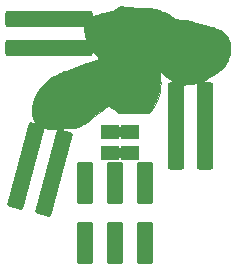
<source format=gbr>
%TF.GenerationSoftware,KiCad,Pcbnew,(5.99.0-9526-g5c17ff0595)*%
%TF.CreationDate,2021-06-06T14:51:48-05:00*%
%TF.ProjectId,BernieMittensNoChair,4265726e-6965-44d6-9974-74656e734e6f,rev?*%
%TF.SameCoordinates,Original*%
%TF.FileFunction,Soldermask,Bot*%
%TF.FilePolarity,Negative*%
%FSLAX46Y46*%
G04 Gerber Fmt 4.6, Leading zero omitted, Abs format (unit mm)*
G04 Created by KiCad (PCBNEW (5.99.0-9526-g5c17ff0595)) date 2021-06-06 14:51:48*
%MOMM*%
%LPD*%
G01*
G04 APERTURE LIST*
G04 Aperture macros list*
%AMRoundRect*
0 Rectangle with rounded corners*
0 $1 Rounding radius*
0 $2 $3 $4 $5 $6 $7 $8 $9 X,Y pos of 4 corners*
0 Add a 4 corners polygon primitive as box body*
4,1,4,$2,$3,$4,$5,$6,$7,$8,$9,$2,$3,0*
0 Add four circle primitives for the rounded corners*
1,1,$1+$1,$2,$3*
1,1,$1+$1,$4,$5*
1,1,$1+$1,$6,$7*
1,1,$1+$1,$8,$9*
0 Add four rect primitives between the rounded corners*
20,1,$1+$1,$2,$3,$4,$5,0*
20,1,$1+$1,$4,$5,$6,$7,0*
20,1,$1+$1,$6,$7,$8,$9,0*
20,1,$1+$1,$8,$9,$2,$3,0*%
G04 Aperture macros list end*
%ADD10C,0.010000*%
%ADD11RoundRect,0.200000X3.500000X-0.500000X3.500000X0.500000X-3.500000X0.500000X-3.500000X-0.500000X0*%
%ADD12RoundRect,0.200000X-0.250000X0.400000X-0.250000X-0.400000X0.250000X-0.400000X0.250000X0.400000X0*%
%ADD13RoundRect,0.200000X-0.200000X0.400000X-0.200000X-0.400000X0.200000X-0.400000X0.200000X0.400000X0*%
%ADD14RoundRect,0.200000X-0.500000X1.575000X-0.500000X-1.575000X0.500000X-1.575000X0.500000X1.575000X0*%
%ADD15RoundRect,0.200000X0.500000X3.500000X-0.500000X3.500000X-0.500000X-3.500000X0.500000X-3.500000X0*%
%ADD16RoundRect,0.200000X1.388830X3.251331X0.422904X3.510150X-1.388830X-3.251331X-0.422904X-3.510150X0*%
G04 APERTURE END LIST*
D10*
%TO.C,G\u002A\u002A\u002A*%
X151474982Y-84421765D02*
X151541953Y-84432873D01*
X151541953Y-84432873D02*
X151633775Y-84449473D01*
X151633775Y-84449473D02*
X151742133Y-84470089D01*
X151742133Y-84470089D02*
X151797937Y-84481049D01*
X151797937Y-84481049D02*
X151947808Y-84509035D01*
X151947808Y-84509035D02*
X152073383Y-84527657D01*
X152073383Y-84527657D02*
X152191225Y-84538628D01*
X152191225Y-84538628D02*
X152317897Y-84543662D01*
X152317897Y-84543662D02*
X152411770Y-84544560D01*
X152411770Y-84544560D02*
X152587818Y-84546336D01*
X152587818Y-84546336D02*
X152784365Y-84550829D01*
X152784365Y-84550829D02*
X152992969Y-84557641D01*
X152992969Y-84557641D02*
X153205188Y-84566375D01*
X153205188Y-84566375D02*
X153412580Y-84576632D01*
X153412580Y-84576632D02*
X153606701Y-84588016D01*
X153606701Y-84588016D02*
X153779110Y-84600128D01*
X153779110Y-84600128D02*
X153921365Y-84612571D01*
X153921365Y-84612571D02*
X153972489Y-84618078D01*
X153972489Y-84618078D02*
X154164635Y-84641916D01*
X154164635Y-84641916D02*
X154324376Y-84665963D01*
X154324376Y-84665963D02*
X154461561Y-84693016D01*
X154461561Y-84693016D02*
X154586040Y-84725868D01*
X154586040Y-84725868D02*
X154707660Y-84767315D01*
X154707660Y-84767315D02*
X154836273Y-84820151D01*
X154836273Y-84820151D02*
X154981726Y-84887171D01*
X154981726Y-84887171D02*
X155068187Y-84928995D01*
X155068187Y-84928995D02*
X155277703Y-85032713D01*
X155277703Y-85032713D02*
X155452451Y-85122283D01*
X155452451Y-85122283D02*
X155596608Y-85200148D01*
X155596608Y-85200148D02*
X155714352Y-85268752D01*
X155714352Y-85268752D02*
X155809860Y-85330540D01*
X155809860Y-85330540D02*
X155887310Y-85387954D01*
X155887310Y-85387954D02*
X155950881Y-85443438D01*
X155950881Y-85443438D02*
X155955942Y-85448303D01*
X155955942Y-85448303D02*
X156071473Y-85560204D01*
X156071473Y-85560204D02*
X156244090Y-85560204D01*
X156244090Y-85560204D02*
X156380249Y-85563108D01*
X156380249Y-85563108D02*
X156533658Y-85571136D01*
X156533658Y-85571136D02*
X156692907Y-85583264D01*
X156692907Y-85583264D02*
X156846591Y-85598466D01*
X156846591Y-85598466D02*
X156983300Y-85615716D01*
X156983300Y-85615716D02*
X157091630Y-85633990D01*
X157091630Y-85633990D02*
X157110770Y-85638102D01*
X157110770Y-85638102D02*
X157189830Y-85658781D01*
X157189830Y-85658781D02*
X157294701Y-85690034D01*
X157294701Y-85690034D02*
X157411554Y-85727575D01*
X157411554Y-85727575D02*
X157523520Y-85766032D01*
X157523520Y-85766032D02*
X157606698Y-85793504D01*
X157606698Y-85793504D02*
X157724196Y-85829200D01*
X157724196Y-85829200D02*
X157869229Y-85871214D01*
X157869229Y-85871214D02*
X158035014Y-85917641D01*
X158035014Y-85917641D02*
X158214767Y-85966579D01*
X158214767Y-85966579D02*
X158401702Y-86016122D01*
X158401702Y-86016122D02*
X158560687Y-86057162D01*
X158560687Y-86057162D02*
X158821984Y-86124621D01*
X158821984Y-86124621D02*
X159046304Y-86184636D01*
X159046304Y-86184636D02*
X159238070Y-86238620D01*
X159238070Y-86238620D02*
X159401699Y-86287986D01*
X159401699Y-86287986D02*
X159541614Y-86334148D01*
X159541614Y-86334148D02*
X159662235Y-86378517D01*
X159662235Y-86378517D02*
X159767982Y-86422507D01*
X159767982Y-86422507D02*
X159863276Y-86467531D01*
X159863276Y-86467531D02*
X159894187Y-86483382D01*
X159894187Y-86483382D02*
X160108902Y-86614610D01*
X160108902Y-86614610D02*
X160292763Y-86766604D01*
X160292763Y-86766604D02*
X160442529Y-86936190D01*
X160442529Y-86936190D02*
X160554959Y-87120197D01*
X160554959Y-87120197D02*
X160563908Y-87139018D01*
X160563908Y-87139018D02*
X160640691Y-87350443D01*
X160640691Y-87350443D02*
X160688620Y-87587826D01*
X160688620Y-87587826D02*
X160707736Y-87846190D01*
X160707736Y-87846190D02*
X160698085Y-88120559D01*
X160698085Y-88120559D02*
X160659709Y-88405957D01*
X160659709Y-88405957D02*
X160592653Y-88697406D01*
X160592653Y-88697406D02*
X160548907Y-88842241D01*
X160548907Y-88842241D02*
X160498209Y-88983020D01*
X160498209Y-88983020D02*
X160436592Y-89131388D01*
X160436592Y-89131388D02*
X160369085Y-89276846D01*
X160369085Y-89276846D02*
X160300713Y-89408893D01*
X160300713Y-89408893D02*
X160236505Y-89517028D01*
X160236505Y-89517028D02*
X160202868Y-89565025D01*
X160202868Y-89565025D02*
X160127931Y-89647263D01*
X160127931Y-89647263D02*
X160016385Y-89746694D01*
X160016385Y-89746694D02*
X159869747Y-89862111D01*
X159869747Y-89862111D02*
X159689533Y-89992307D01*
X159689533Y-89992307D02*
X159523247Y-90105602D01*
X159523247Y-90105602D02*
X159319854Y-90237997D01*
X159319854Y-90237997D02*
X159130992Y-90353545D01*
X159130992Y-90353545D02*
X158942103Y-90460582D01*
X158942103Y-90460582D02*
X158738628Y-90567445D01*
X158738628Y-90567445D02*
X158571270Y-90650744D01*
X158571270Y-90650744D02*
X158410707Y-90728656D01*
X158410707Y-90728656D02*
X158279210Y-90790312D01*
X158279210Y-90790312D02*
X158168105Y-90838634D01*
X158168105Y-90838634D02*
X158068718Y-90876543D01*
X158068718Y-90876543D02*
X157972374Y-90906959D01*
X157972374Y-90906959D02*
X157870400Y-90932804D01*
X157870400Y-90932804D02*
X157754120Y-90956999D01*
X157754120Y-90956999D02*
X157614860Y-90982465D01*
X157614860Y-90982465D02*
X157555270Y-90992882D01*
X157555270Y-90992882D02*
X157279921Y-91035868D01*
X157279921Y-91035868D02*
X157029949Y-91065016D01*
X157029949Y-91065016D02*
X156808837Y-91080098D01*
X156808837Y-91080098D02*
X156620069Y-91080887D01*
X156620069Y-91080887D02*
X156467128Y-91067155D01*
X156467128Y-91067155D02*
X156453460Y-91064891D01*
X156453460Y-91064891D02*
X156355350Y-91046481D01*
X156355350Y-91046481D02*
X156270553Y-91026295D01*
X156270553Y-91026295D02*
X156192924Y-91001097D01*
X156192924Y-91001097D02*
X156116322Y-90967653D01*
X156116322Y-90967653D02*
X156034603Y-90922726D01*
X156034603Y-90922726D02*
X155941624Y-90863082D01*
X155941624Y-90863082D02*
X155831243Y-90785485D01*
X155831243Y-90785485D02*
X155697317Y-90686698D01*
X155697317Y-90686698D02*
X155607937Y-90619555D01*
X155607937Y-90619555D02*
X155477420Y-90520367D01*
X155477420Y-90520367D02*
X155348246Y-90420778D01*
X155348246Y-90420778D02*
X155227372Y-90326255D01*
X155227372Y-90326255D02*
X155121753Y-90242268D01*
X155121753Y-90242268D02*
X155038347Y-90174286D01*
X155038347Y-90174286D02*
X154997327Y-90139518D01*
X154997327Y-90139518D02*
X154920805Y-90073046D01*
X154920805Y-90073046D02*
X154849973Y-90012007D01*
X154849973Y-90012007D02*
X154794866Y-89965026D01*
X154794866Y-89965026D02*
X154773386Y-89947059D01*
X154773386Y-89947059D02*
X154715554Y-89899497D01*
X154715554Y-89899497D02*
X154742969Y-90031725D01*
X154742969Y-90031725D02*
X154773752Y-90218582D01*
X154773752Y-90218582D02*
X154796268Y-90436470D01*
X154796268Y-90436470D02*
X154810153Y-90674833D01*
X154810153Y-90674833D02*
X154815046Y-90923112D01*
X154815046Y-90923112D02*
X154810583Y-91170751D01*
X154810583Y-91170751D02*
X154796402Y-91407192D01*
X154796402Y-91407192D02*
X154791935Y-91456736D01*
X154791935Y-91456736D02*
X154755285Y-91693145D01*
X154755285Y-91693145D02*
X154691300Y-91945498D01*
X154691300Y-91945498D02*
X154603795Y-92205253D01*
X154603795Y-92205253D02*
X154496583Y-92463872D01*
X154496583Y-92463872D02*
X154373480Y-92712814D01*
X154373480Y-92712814D02*
X154238300Y-92943538D01*
X154238300Y-92943538D02*
X154094857Y-93147505D01*
X154094857Y-93147505D02*
X153973526Y-93289029D01*
X153973526Y-93289029D02*
X153934057Y-93331710D01*
X153934057Y-93331710D02*
X153900919Y-93368225D01*
X153900919Y-93368225D02*
X153870646Y-93399005D01*
X153870646Y-93399005D02*
X153839774Y-93424481D01*
X153839774Y-93424481D02*
X153804837Y-93445086D01*
X153804837Y-93445086D02*
X153762370Y-93461251D01*
X153762370Y-93461251D02*
X153708909Y-93473409D01*
X153708909Y-93473409D02*
X153640987Y-93481990D01*
X153640987Y-93481990D02*
X153555141Y-93487426D01*
X153555141Y-93487426D02*
X153447904Y-93490150D01*
X153447904Y-93490150D02*
X153315812Y-93490593D01*
X153315812Y-93490593D02*
X153155400Y-93489186D01*
X153155400Y-93489186D02*
X152963202Y-93486362D01*
X152963202Y-93486362D02*
X152735753Y-93482552D01*
X152735753Y-93482552D02*
X152469589Y-93478189D01*
X152469589Y-93478189D02*
X152456942Y-93477991D01*
X152456942Y-93477991D02*
X151194746Y-93458297D01*
X151194746Y-93458297D02*
X151024577Y-93303375D01*
X151024577Y-93303375D02*
X150850662Y-93154757D01*
X150850662Y-93154757D02*
X150692879Y-93039975D01*
X150692879Y-93039975D02*
X150552539Y-92959808D01*
X150552539Y-92959808D02*
X150430955Y-92915038D01*
X150430955Y-92915038D02*
X150354933Y-92905155D01*
X150354933Y-92905155D02*
X150344099Y-92905090D01*
X150344099Y-92905090D02*
X150333327Y-92906259D01*
X150333327Y-92906259D02*
X150320005Y-92910616D01*
X150320005Y-92910616D02*
X150301518Y-92920116D01*
X150301518Y-92920116D02*
X150275255Y-92936712D01*
X150275255Y-92936712D02*
X150238602Y-92962360D01*
X150238602Y-92962360D02*
X150188947Y-92999013D01*
X150188947Y-92999013D02*
X150123675Y-93048625D01*
X150123675Y-93048625D02*
X150040175Y-93113152D01*
X150040175Y-93113152D02*
X149935832Y-93194547D01*
X149935832Y-93194547D02*
X149808035Y-93294765D01*
X149808035Y-93294765D02*
X149654169Y-93415760D01*
X149654169Y-93415760D02*
X149471623Y-93559486D01*
X149471623Y-93559486D02*
X149312395Y-93684889D01*
X149312395Y-93684889D02*
X149098066Y-93853057D01*
X149098066Y-93853057D02*
X148912674Y-93996918D01*
X148912674Y-93996918D02*
X148752454Y-94119049D01*
X148752454Y-94119049D02*
X148613639Y-94222025D01*
X148613639Y-94222025D02*
X148492465Y-94308421D01*
X148492465Y-94308421D02*
X148385165Y-94380812D01*
X148385165Y-94380812D02*
X148287973Y-94441774D01*
X148287973Y-94441774D02*
X148197123Y-94493881D01*
X148197123Y-94493881D02*
X148108849Y-94539710D01*
X148108849Y-94539710D02*
X148019387Y-94581835D01*
X148019387Y-94581835D02*
X147967034Y-94604910D01*
X147967034Y-94604910D02*
X147874352Y-94643667D01*
X147874352Y-94643667D02*
X147788540Y-94675867D01*
X147788540Y-94675867D02*
X147704260Y-94702257D01*
X147704260Y-94702257D02*
X147616177Y-94723582D01*
X147616177Y-94723582D02*
X147518956Y-94740588D01*
X147518956Y-94740588D02*
X147407259Y-94754022D01*
X147407259Y-94754022D02*
X147275752Y-94764629D01*
X147275752Y-94764629D02*
X147119098Y-94773155D01*
X147119098Y-94773155D02*
X146931962Y-94780347D01*
X146931962Y-94780347D02*
X146709007Y-94786949D01*
X146709007Y-94786949D02*
X146654437Y-94788401D01*
X146654437Y-94788401D02*
X146465058Y-94793396D01*
X146465058Y-94793396D02*
X146277120Y-94798401D01*
X146277120Y-94798401D02*
X146097798Y-94803220D01*
X146097798Y-94803220D02*
X145934265Y-94807660D01*
X145934265Y-94807660D02*
X145793695Y-94811526D01*
X145793695Y-94811526D02*
X145683262Y-94814624D01*
X145683262Y-94814624D02*
X145627854Y-94816227D01*
X145627854Y-94816227D02*
X145508736Y-94817854D01*
X145508736Y-94817854D02*
X145388540Y-94816264D01*
X145388540Y-94816264D02*
X145282499Y-94811830D01*
X145282499Y-94811830D02*
X145215104Y-94806132D01*
X145215104Y-94806132D02*
X145078072Y-94783946D01*
X145078072Y-94783946D02*
X144935860Y-94751349D01*
X144935860Y-94751349D02*
X144802896Y-94712238D01*
X144802896Y-94712238D02*
X144693605Y-94670508D01*
X144693605Y-94670508D02*
X144668512Y-94658531D01*
X144668512Y-94658531D02*
X144577764Y-94607638D01*
X144577764Y-94607638D02*
X144480296Y-94545353D01*
X144480296Y-94545353D02*
X144388425Y-94480228D01*
X144388425Y-94480228D02*
X144314469Y-94420812D01*
X144314469Y-94420812D02*
X144283795Y-94391436D01*
X144283795Y-94391436D02*
X144243589Y-94337008D01*
X144243589Y-94337008D02*
X144193869Y-94253324D01*
X144193869Y-94253324D02*
X144139752Y-94150851D01*
X144139752Y-94150851D02*
X144086358Y-94040057D01*
X144086358Y-94040057D02*
X144038807Y-93931408D01*
X144038807Y-93931408D02*
X144002219Y-93835372D01*
X144002219Y-93835372D02*
X143986427Y-93783454D01*
X143986427Y-93783454D02*
X143955309Y-93608873D01*
X143955309Y-93608873D02*
X143941980Y-93405462D01*
X143941980Y-93405462D02*
X143945962Y-93182578D01*
X143945962Y-93182578D02*
X143966778Y-92949579D01*
X143966778Y-92949579D02*
X144003950Y-92715823D01*
X144003950Y-92715823D02*
X144051330Y-92511295D01*
X144051330Y-92511295D02*
X144168945Y-92155776D01*
X144168945Y-92155776D02*
X144323921Y-91820030D01*
X144323921Y-91820030D02*
X144516095Y-91504230D01*
X144516095Y-91504230D02*
X144745305Y-91208551D01*
X144745305Y-91208551D02*
X145011387Y-90933168D01*
X145011387Y-90933168D02*
X145314178Y-90678255D01*
X145314178Y-90678255D02*
X145653515Y-90443988D01*
X145653515Y-90443988D02*
X146029236Y-90230540D01*
X146029236Y-90230540D02*
X146302370Y-90098756D01*
X146302370Y-90098756D02*
X146387831Y-90062044D01*
X146387831Y-90062044D02*
X146508035Y-90013123D01*
X146508035Y-90013123D02*
X146657821Y-89953920D01*
X146657821Y-89953920D02*
X146832029Y-89886360D01*
X146832029Y-89886360D02*
X147025497Y-89812368D01*
X147025497Y-89812368D02*
X147233064Y-89733871D01*
X147233064Y-89733871D02*
X147449570Y-89652794D01*
X147449570Y-89652794D02*
X147669853Y-89571062D01*
X147669853Y-89571062D02*
X147888753Y-89490601D01*
X147888753Y-89490601D02*
X148101108Y-89413337D01*
X148101108Y-89413337D02*
X148301757Y-89341195D01*
X148301757Y-89341195D02*
X148485541Y-89276101D01*
X148485541Y-89276101D02*
X148647296Y-89219980D01*
X148647296Y-89219980D02*
X148755823Y-89183352D01*
X148755823Y-89183352D02*
X148898717Y-89137371D01*
X148898717Y-89137371D02*
X149048922Y-89091494D01*
X149048922Y-89091494D02*
X149193757Y-89049433D01*
X149193757Y-89049433D02*
X149320538Y-89014897D01*
X149320538Y-89014897D02*
X149394250Y-88996604D01*
X149394250Y-88996604D02*
X149645790Y-88938230D01*
X149645790Y-88938230D02*
X149494197Y-88776561D01*
X149494197Y-88776561D02*
X149314422Y-88566467D01*
X149314422Y-88566467D02*
X149135573Y-88323022D01*
X149135573Y-88323022D02*
X148962516Y-88055026D01*
X148962516Y-88055026D02*
X148800115Y-87771277D01*
X148800115Y-87771277D02*
X148653239Y-87480575D01*
X148653239Y-87480575D02*
X148526753Y-87191718D01*
X148526753Y-87191718D02*
X148425522Y-86913506D01*
X148425522Y-86913506D02*
X148381298Y-86764220D01*
X148381298Y-86764220D02*
X148328095Y-86520845D01*
X148328095Y-86520845D02*
X148304175Y-86298351D01*
X148304175Y-86298351D02*
X148309088Y-86098622D01*
X148309088Y-86098622D02*
X148342384Y-85923543D01*
X148342384Y-85923543D02*
X148403611Y-85774998D01*
X148403611Y-85774998D02*
X148492320Y-85654872D01*
X148492320Y-85654872D02*
X148608060Y-85565048D01*
X148608060Y-85565048D02*
X148675854Y-85532118D01*
X148675854Y-85532118D02*
X148752240Y-85498702D01*
X148752240Y-85498702D02*
X148826647Y-85462451D01*
X148826647Y-85462451D02*
X148845187Y-85452547D01*
X148845187Y-85452547D02*
X149017545Y-85360459D01*
X149017545Y-85360459D02*
X149180416Y-85280917D01*
X149180416Y-85280917D02*
X149341573Y-85211131D01*
X149341573Y-85211131D02*
X149508790Y-85148310D01*
X149508790Y-85148310D02*
X149689843Y-85089664D01*
X149689843Y-85089664D02*
X149892504Y-85032401D01*
X149892504Y-85032401D02*
X150124549Y-84973733D01*
X150124549Y-84973733D02*
X150284520Y-84935906D01*
X150284520Y-84935906D02*
X150448249Y-84897322D01*
X150448249Y-84897322D02*
X150577958Y-84864534D01*
X150577958Y-84864534D02*
X150681051Y-84834608D01*
X150681051Y-84834608D02*
X150764931Y-84804610D01*
X150764931Y-84804610D02*
X150837003Y-84771607D01*
X150837003Y-84771607D02*
X150904668Y-84732664D01*
X150904668Y-84732664D02*
X150975333Y-84684849D01*
X150975333Y-84684849D02*
X151042706Y-84635471D01*
X151042706Y-84635471D02*
X151155425Y-84556120D01*
X151155425Y-84556120D02*
X151260321Y-84491277D01*
X151260321Y-84491277D02*
X151350419Y-84444754D01*
X151350419Y-84444754D02*
X151418744Y-84420365D01*
X151418744Y-84420365D02*
X151441177Y-84417630D01*
X151441177Y-84417630D02*
X151474982Y-84421765D01*
X151474982Y-84421765D02*
X151474982Y-84421765D01*
G36*
X151474982Y-84421765D02*
G01*
X151541953Y-84432873D01*
X151633775Y-84449473D01*
X151742133Y-84470089D01*
X151797937Y-84481049D01*
X151947808Y-84509035D01*
X152073383Y-84527657D01*
X152191225Y-84538628D01*
X152317897Y-84543662D01*
X152411770Y-84544560D01*
X152587818Y-84546336D01*
X152784365Y-84550829D01*
X152992969Y-84557641D01*
X153205188Y-84566375D01*
X153412580Y-84576632D01*
X153606701Y-84588016D01*
X153779110Y-84600128D01*
X153921365Y-84612571D01*
X153972489Y-84618078D01*
X154164635Y-84641916D01*
X154324376Y-84665963D01*
X154461561Y-84693016D01*
X154586040Y-84725868D01*
X154707660Y-84767315D01*
X154836273Y-84820151D01*
X154981726Y-84887171D01*
X155068187Y-84928995D01*
X155277703Y-85032713D01*
X155452451Y-85122283D01*
X155596608Y-85200148D01*
X155714352Y-85268752D01*
X155809860Y-85330540D01*
X155887310Y-85387954D01*
X155950881Y-85443438D01*
X155955942Y-85448303D01*
X156071473Y-85560204D01*
X156244090Y-85560204D01*
X156380249Y-85563108D01*
X156533658Y-85571136D01*
X156692907Y-85583264D01*
X156846591Y-85598466D01*
X156983300Y-85615716D01*
X157091630Y-85633990D01*
X157110770Y-85638102D01*
X157189830Y-85658781D01*
X157294701Y-85690034D01*
X157411554Y-85727575D01*
X157523520Y-85766032D01*
X157606698Y-85793504D01*
X157724196Y-85829200D01*
X157869229Y-85871214D01*
X158035014Y-85917641D01*
X158214767Y-85966579D01*
X158401702Y-86016122D01*
X158560687Y-86057162D01*
X158821984Y-86124621D01*
X159046304Y-86184636D01*
X159238070Y-86238620D01*
X159401699Y-86287986D01*
X159541614Y-86334148D01*
X159662235Y-86378517D01*
X159767982Y-86422507D01*
X159863276Y-86467531D01*
X159894187Y-86483382D01*
X160108902Y-86614610D01*
X160292763Y-86766604D01*
X160442529Y-86936190D01*
X160554959Y-87120197D01*
X160563908Y-87139018D01*
X160640691Y-87350443D01*
X160688620Y-87587826D01*
X160707736Y-87846190D01*
X160698085Y-88120559D01*
X160659709Y-88405957D01*
X160592653Y-88697406D01*
X160548907Y-88842241D01*
X160498209Y-88983020D01*
X160436592Y-89131388D01*
X160369085Y-89276846D01*
X160300713Y-89408893D01*
X160236505Y-89517028D01*
X160202868Y-89565025D01*
X160127931Y-89647263D01*
X160016385Y-89746694D01*
X159869747Y-89862111D01*
X159689533Y-89992307D01*
X159523247Y-90105602D01*
X159319854Y-90237997D01*
X159130992Y-90353545D01*
X158942103Y-90460582D01*
X158738628Y-90567445D01*
X158571270Y-90650744D01*
X158410707Y-90728656D01*
X158279210Y-90790312D01*
X158168105Y-90838634D01*
X158068718Y-90876543D01*
X157972374Y-90906959D01*
X157870400Y-90932804D01*
X157754120Y-90956999D01*
X157614860Y-90982465D01*
X157555270Y-90992882D01*
X157279921Y-91035868D01*
X157029949Y-91065016D01*
X156808837Y-91080098D01*
X156620069Y-91080887D01*
X156467128Y-91067155D01*
X156453460Y-91064891D01*
X156355350Y-91046481D01*
X156270553Y-91026295D01*
X156192924Y-91001097D01*
X156116322Y-90967653D01*
X156034603Y-90922726D01*
X155941624Y-90863082D01*
X155831243Y-90785485D01*
X155697317Y-90686698D01*
X155607937Y-90619555D01*
X155477420Y-90520367D01*
X155348246Y-90420778D01*
X155227372Y-90326255D01*
X155121753Y-90242268D01*
X155038347Y-90174286D01*
X154997327Y-90139518D01*
X154920805Y-90073046D01*
X154849973Y-90012007D01*
X154794866Y-89965026D01*
X154773386Y-89947059D01*
X154715554Y-89899497D01*
X154742969Y-90031725D01*
X154773752Y-90218582D01*
X154796268Y-90436470D01*
X154810153Y-90674833D01*
X154815046Y-90923112D01*
X154810583Y-91170751D01*
X154796402Y-91407192D01*
X154791935Y-91456736D01*
X154755285Y-91693145D01*
X154691300Y-91945498D01*
X154603795Y-92205253D01*
X154496583Y-92463872D01*
X154373480Y-92712814D01*
X154238300Y-92943538D01*
X154094857Y-93147505D01*
X153973526Y-93289029D01*
X153934057Y-93331710D01*
X153900919Y-93368225D01*
X153870646Y-93399005D01*
X153839774Y-93424481D01*
X153804837Y-93445086D01*
X153762370Y-93461251D01*
X153708909Y-93473409D01*
X153640987Y-93481990D01*
X153555141Y-93487426D01*
X153447904Y-93490150D01*
X153315812Y-93490593D01*
X153155400Y-93489186D01*
X152963202Y-93486362D01*
X152735753Y-93482552D01*
X152469589Y-93478189D01*
X152456942Y-93477991D01*
X151194746Y-93458297D01*
X151024577Y-93303375D01*
X150850662Y-93154757D01*
X150692879Y-93039975D01*
X150552539Y-92959808D01*
X150430955Y-92915038D01*
X150354933Y-92905155D01*
X150344099Y-92905090D01*
X150333327Y-92906259D01*
X150320005Y-92910616D01*
X150301518Y-92920116D01*
X150275255Y-92936712D01*
X150238602Y-92962360D01*
X150188947Y-92999013D01*
X150123675Y-93048625D01*
X150040175Y-93113152D01*
X149935832Y-93194547D01*
X149808035Y-93294765D01*
X149654169Y-93415760D01*
X149471623Y-93559486D01*
X149312395Y-93684889D01*
X149098066Y-93853057D01*
X148912674Y-93996918D01*
X148752454Y-94119049D01*
X148613639Y-94222025D01*
X148492465Y-94308421D01*
X148385165Y-94380812D01*
X148287973Y-94441774D01*
X148197123Y-94493881D01*
X148108849Y-94539710D01*
X148019387Y-94581835D01*
X147967034Y-94604910D01*
X147874352Y-94643667D01*
X147788540Y-94675867D01*
X147704260Y-94702257D01*
X147616177Y-94723582D01*
X147518956Y-94740588D01*
X147407259Y-94754022D01*
X147275752Y-94764629D01*
X147119098Y-94773155D01*
X146931962Y-94780347D01*
X146709007Y-94786949D01*
X146654437Y-94788401D01*
X146465058Y-94793396D01*
X146277120Y-94798401D01*
X146097798Y-94803220D01*
X145934265Y-94807660D01*
X145793695Y-94811526D01*
X145683262Y-94814624D01*
X145627854Y-94816227D01*
X145508736Y-94817854D01*
X145388540Y-94816264D01*
X145282499Y-94811830D01*
X145215104Y-94806132D01*
X145078072Y-94783946D01*
X144935860Y-94751349D01*
X144802896Y-94712238D01*
X144693605Y-94670508D01*
X144668512Y-94658531D01*
X144577764Y-94607638D01*
X144480296Y-94545353D01*
X144388425Y-94480228D01*
X144314469Y-94420812D01*
X144283795Y-94391436D01*
X144243589Y-94337008D01*
X144193869Y-94253324D01*
X144139752Y-94150851D01*
X144086358Y-94040057D01*
X144038807Y-93931408D01*
X144002219Y-93835372D01*
X143986427Y-93783454D01*
X143955309Y-93608873D01*
X143941980Y-93405462D01*
X143945962Y-93182578D01*
X143966778Y-92949579D01*
X144003950Y-92715823D01*
X144051330Y-92511295D01*
X144168945Y-92155776D01*
X144323921Y-91820030D01*
X144516095Y-91504230D01*
X144745305Y-91208551D01*
X145011387Y-90933168D01*
X145314178Y-90678255D01*
X145653515Y-90443988D01*
X146029236Y-90230540D01*
X146302370Y-90098756D01*
X146387831Y-90062044D01*
X146508035Y-90013123D01*
X146657821Y-89953920D01*
X146832029Y-89886360D01*
X147025497Y-89812368D01*
X147233064Y-89733871D01*
X147449570Y-89652794D01*
X147669853Y-89571062D01*
X147888753Y-89490601D01*
X148101108Y-89413337D01*
X148301757Y-89341195D01*
X148485541Y-89276101D01*
X148647296Y-89219980D01*
X148755823Y-89183352D01*
X148898717Y-89137371D01*
X149048922Y-89091494D01*
X149193757Y-89049433D01*
X149320538Y-89014897D01*
X149394250Y-88996604D01*
X149645790Y-88938230D01*
X149494197Y-88776561D01*
X149314422Y-88566467D01*
X149135573Y-88323022D01*
X148962516Y-88055026D01*
X148800115Y-87771277D01*
X148653239Y-87480575D01*
X148526753Y-87191718D01*
X148425522Y-86913506D01*
X148381298Y-86764220D01*
X148328095Y-86520845D01*
X148304175Y-86298351D01*
X148309088Y-86098622D01*
X148342384Y-85923543D01*
X148403611Y-85774998D01*
X148492320Y-85654872D01*
X148608060Y-85565048D01*
X148675854Y-85532118D01*
X148752240Y-85498702D01*
X148826647Y-85462451D01*
X148845187Y-85452547D01*
X149017545Y-85360459D01*
X149180416Y-85280917D01*
X149341573Y-85211131D01*
X149508790Y-85148310D01*
X149689843Y-85089664D01*
X149892504Y-85032401D01*
X150124549Y-84973733D01*
X150284520Y-84935906D01*
X150448249Y-84897322D01*
X150577958Y-84864534D01*
X150681051Y-84834608D01*
X150764931Y-84804610D01*
X150837003Y-84771607D01*
X150904668Y-84732664D01*
X150975333Y-84684849D01*
X151042706Y-84635471D01*
X151155425Y-84556120D01*
X151260321Y-84491277D01*
X151350419Y-84444754D01*
X151418744Y-84420365D01*
X151441177Y-84417630D01*
X151474982Y-84421765D01*
G37*
X151474982Y-84421765D02*
X151541953Y-84432873D01*
X151633775Y-84449473D01*
X151742133Y-84470089D01*
X151797937Y-84481049D01*
X151947808Y-84509035D01*
X152073383Y-84527657D01*
X152191225Y-84538628D01*
X152317897Y-84543662D01*
X152411770Y-84544560D01*
X152587818Y-84546336D01*
X152784365Y-84550829D01*
X152992969Y-84557641D01*
X153205188Y-84566375D01*
X153412580Y-84576632D01*
X153606701Y-84588016D01*
X153779110Y-84600128D01*
X153921365Y-84612571D01*
X153972489Y-84618078D01*
X154164635Y-84641916D01*
X154324376Y-84665963D01*
X154461561Y-84693016D01*
X154586040Y-84725868D01*
X154707660Y-84767315D01*
X154836273Y-84820151D01*
X154981726Y-84887171D01*
X155068187Y-84928995D01*
X155277703Y-85032713D01*
X155452451Y-85122283D01*
X155596608Y-85200148D01*
X155714352Y-85268752D01*
X155809860Y-85330540D01*
X155887310Y-85387954D01*
X155950881Y-85443438D01*
X155955942Y-85448303D01*
X156071473Y-85560204D01*
X156244090Y-85560204D01*
X156380249Y-85563108D01*
X156533658Y-85571136D01*
X156692907Y-85583264D01*
X156846591Y-85598466D01*
X156983300Y-85615716D01*
X157091630Y-85633990D01*
X157110770Y-85638102D01*
X157189830Y-85658781D01*
X157294701Y-85690034D01*
X157411554Y-85727575D01*
X157523520Y-85766032D01*
X157606698Y-85793504D01*
X157724196Y-85829200D01*
X157869229Y-85871214D01*
X158035014Y-85917641D01*
X158214767Y-85966579D01*
X158401702Y-86016122D01*
X158560687Y-86057162D01*
X158821984Y-86124621D01*
X159046304Y-86184636D01*
X159238070Y-86238620D01*
X159401699Y-86287986D01*
X159541614Y-86334148D01*
X159662235Y-86378517D01*
X159767982Y-86422507D01*
X159863276Y-86467531D01*
X159894187Y-86483382D01*
X160108902Y-86614610D01*
X160292763Y-86766604D01*
X160442529Y-86936190D01*
X160554959Y-87120197D01*
X160563908Y-87139018D01*
X160640691Y-87350443D01*
X160688620Y-87587826D01*
X160707736Y-87846190D01*
X160698085Y-88120559D01*
X160659709Y-88405957D01*
X160592653Y-88697406D01*
X160548907Y-88842241D01*
X160498209Y-88983020D01*
X160436592Y-89131388D01*
X160369085Y-89276846D01*
X160300713Y-89408893D01*
X160236505Y-89517028D01*
X160202868Y-89565025D01*
X160127931Y-89647263D01*
X160016385Y-89746694D01*
X159869747Y-89862111D01*
X159689533Y-89992307D01*
X159523247Y-90105602D01*
X159319854Y-90237997D01*
X159130992Y-90353545D01*
X158942103Y-90460582D01*
X158738628Y-90567445D01*
X158571270Y-90650744D01*
X158410707Y-90728656D01*
X158279210Y-90790312D01*
X158168105Y-90838634D01*
X158068718Y-90876543D01*
X157972374Y-90906959D01*
X157870400Y-90932804D01*
X157754120Y-90956999D01*
X157614860Y-90982465D01*
X157555270Y-90992882D01*
X157279921Y-91035868D01*
X157029949Y-91065016D01*
X156808837Y-91080098D01*
X156620069Y-91080887D01*
X156467128Y-91067155D01*
X156453460Y-91064891D01*
X156355350Y-91046481D01*
X156270553Y-91026295D01*
X156192924Y-91001097D01*
X156116322Y-90967653D01*
X156034603Y-90922726D01*
X155941624Y-90863082D01*
X155831243Y-90785485D01*
X155697317Y-90686698D01*
X155607937Y-90619555D01*
X155477420Y-90520367D01*
X155348246Y-90420778D01*
X155227372Y-90326255D01*
X155121753Y-90242268D01*
X155038347Y-90174286D01*
X154997327Y-90139518D01*
X154920805Y-90073046D01*
X154849973Y-90012007D01*
X154794866Y-89965026D01*
X154773386Y-89947059D01*
X154715554Y-89899497D01*
X154742969Y-90031725D01*
X154773752Y-90218582D01*
X154796268Y-90436470D01*
X154810153Y-90674833D01*
X154815046Y-90923112D01*
X154810583Y-91170751D01*
X154796402Y-91407192D01*
X154791935Y-91456736D01*
X154755285Y-91693145D01*
X154691300Y-91945498D01*
X154603795Y-92205253D01*
X154496583Y-92463872D01*
X154373480Y-92712814D01*
X154238300Y-92943538D01*
X154094857Y-93147505D01*
X153973526Y-93289029D01*
X153934057Y-93331710D01*
X153900919Y-93368225D01*
X153870646Y-93399005D01*
X153839774Y-93424481D01*
X153804837Y-93445086D01*
X153762370Y-93461251D01*
X153708909Y-93473409D01*
X153640987Y-93481990D01*
X153555141Y-93487426D01*
X153447904Y-93490150D01*
X153315812Y-93490593D01*
X153155400Y-93489186D01*
X152963202Y-93486362D01*
X152735753Y-93482552D01*
X152469589Y-93478189D01*
X152456942Y-93477991D01*
X151194746Y-93458297D01*
X151024577Y-93303375D01*
X150850662Y-93154757D01*
X150692879Y-93039975D01*
X150552539Y-92959808D01*
X150430955Y-92915038D01*
X150354933Y-92905155D01*
X150344099Y-92905090D01*
X150333327Y-92906259D01*
X150320005Y-92910616D01*
X150301518Y-92920116D01*
X150275255Y-92936712D01*
X150238602Y-92962360D01*
X150188947Y-92999013D01*
X150123675Y-93048625D01*
X150040175Y-93113152D01*
X149935832Y-93194547D01*
X149808035Y-93294765D01*
X149654169Y-93415760D01*
X149471623Y-93559486D01*
X149312395Y-93684889D01*
X149098066Y-93853057D01*
X148912674Y-93996918D01*
X148752454Y-94119049D01*
X148613639Y-94222025D01*
X148492465Y-94308421D01*
X148385165Y-94380812D01*
X148287973Y-94441774D01*
X148197123Y-94493881D01*
X148108849Y-94539710D01*
X148019387Y-94581835D01*
X147967034Y-94604910D01*
X147874352Y-94643667D01*
X147788540Y-94675867D01*
X147704260Y-94702257D01*
X147616177Y-94723582D01*
X147518956Y-94740588D01*
X147407259Y-94754022D01*
X147275752Y-94764629D01*
X147119098Y-94773155D01*
X146931962Y-94780347D01*
X146709007Y-94786949D01*
X146654437Y-94788401D01*
X146465058Y-94793396D01*
X146277120Y-94798401D01*
X146097798Y-94803220D01*
X145934265Y-94807660D01*
X145793695Y-94811526D01*
X145683262Y-94814624D01*
X145627854Y-94816227D01*
X145508736Y-94817854D01*
X145388540Y-94816264D01*
X145282499Y-94811830D01*
X145215104Y-94806132D01*
X145078072Y-94783946D01*
X144935860Y-94751349D01*
X144802896Y-94712238D01*
X144693605Y-94670508D01*
X144668512Y-94658531D01*
X144577764Y-94607638D01*
X144480296Y-94545353D01*
X144388425Y-94480228D01*
X144314469Y-94420812D01*
X144283795Y-94391436D01*
X144243589Y-94337008D01*
X144193869Y-94253324D01*
X144139752Y-94150851D01*
X144086358Y-94040057D01*
X144038807Y-93931408D01*
X144002219Y-93835372D01*
X143986427Y-93783454D01*
X143955309Y-93608873D01*
X143941980Y-93405462D01*
X143945962Y-93182578D01*
X143966778Y-92949579D01*
X144003950Y-92715823D01*
X144051330Y-92511295D01*
X144168945Y-92155776D01*
X144323921Y-91820030D01*
X144516095Y-91504230D01*
X144745305Y-91208551D01*
X145011387Y-90933168D01*
X145314178Y-90678255D01*
X145653515Y-90443988D01*
X146029236Y-90230540D01*
X146302370Y-90098756D01*
X146387831Y-90062044D01*
X146508035Y-90013123D01*
X146657821Y-89953920D01*
X146832029Y-89886360D01*
X147025497Y-89812368D01*
X147233064Y-89733871D01*
X147449570Y-89652794D01*
X147669853Y-89571062D01*
X147888753Y-89490601D01*
X148101108Y-89413337D01*
X148301757Y-89341195D01*
X148485541Y-89276101D01*
X148647296Y-89219980D01*
X148755823Y-89183352D01*
X148898717Y-89137371D01*
X149048922Y-89091494D01*
X149193757Y-89049433D01*
X149320538Y-89014897D01*
X149394250Y-88996604D01*
X149645790Y-88938230D01*
X149494197Y-88776561D01*
X149314422Y-88566467D01*
X149135573Y-88323022D01*
X148962516Y-88055026D01*
X148800115Y-87771277D01*
X148653239Y-87480575D01*
X148526753Y-87191718D01*
X148425522Y-86913506D01*
X148381298Y-86764220D01*
X148328095Y-86520845D01*
X148304175Y-86298351D01*
X148309088Y-86098622D01*
X148342384Y-85923543D01*
X148403611Y-85774998D01*
X148492320Y-85654872D01*
X148608060Y-85565048D01*
X148675854Y-85532118D01*
X148752240Y-85498702D01*
X148826647Y-85462451D01*
X148845187Y-85452547D01*
X149017545Y-85360459D01*
X149180416Y-85280917D01*
X149341573Y-85211131D01*
X149508790Y-85148310D01*
X149689843Y-85089664D01*
X149892504Y-85032401D01*
X150124549Y-84973733D01*
X150284520Y-84935906D01*
X150448249Y-84897322D01*
X150577958Y-84864534D01*
X150681051Y-84834608D01*
X150764931Y-84804610D01*
X150837003Y-84771607D01*
X150904668Y-84732664D01*
X150975333Y-84684849D01*
X151042706Y-84635471D01*
X151155425Y-84556120D01*
X151260321Y-84491277D01*
X151350419Y-84444754D01*
X151418744Y-84420365D01*
X151441177Y-84417630D01*
X151474982Y-84421765D01*
%TD*%
D11*
%TO.C,D3*%
X145400000Y-85500000D03*
X145400000Y-88000000D03*
%TD*%
D12*
%TO.C,RN1*%
X152600000Y-96900000D03*
D13*
X151800000Y-96900000D03*
D12*
X150200000Y-96900000D03*
D13*
X151000000Y-96900000D03*
D12*
X152600000Y-95100000D03*
D13*
X151000000Y-95100000D03*
X151800000Y-95100000D03*
D12*
X150200000Y-95100000D03*
%TD*%
D14*
%TO.C,J1*%
X153540000Y-104450000D03*
X153540000Y-99400000D03*
X151000000Y-104450000D03*
X151000000Y-99400000D03*
X148460000Y-104450000D03*
X148460000Y-99400000D03*
%TD*%
D15*
%TO.C,D2*%
X156100000Y-94600000D03*
X158600000Y-94600000D03*
%TD*%
D16*
%TO.C,D1*%
X143385185Y-97952952D03*
X145800000Y-98600000D03*
%TD*%
M02*

</source>
